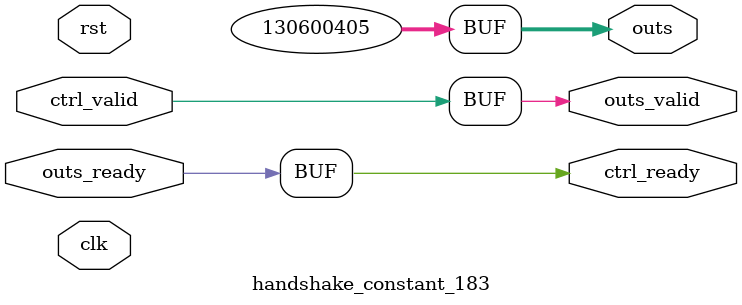
<source format=v>
`timescale 1ns / 1ps
module handshake_constant_183 #(
  parameter DATA_WIDTH = 32  // Default set to 32 bits
) (
  input                       clk,
  input                       rst,
  // Input Channel
  input                       ctrl_valid,
  output                      ctrl_ready,
  // Output Channel
  output [DATA_WIDTH - 1 : 0] outs,
  output                      outs_valid,
  input                       outs_ready
);
  assign outs       = 27'b111110010001100110111010101;
  assign outs_valid = ctrl_valid;
  assign ctrl_ready = outs_ready;

endmodule

</source>
